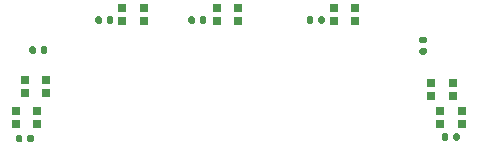
<source format=gbr>
%TF.GenerationSoftware,KiCad,Pcbnew,5.1.9-73d0e3b20d~88~ubuntu20.04.1*%
%TF.CreationDate,2021-04-06T18:29:42+02:00*%
%TF.ProjectId,AB_LED_PCB,41425f4c-4544-45f5-9043-422e6b696361,rev?*%
%TF.SameCoordinates,Original*%
%TF.FileFunction,Paste,Top*%
%TF.FilePolarity,Positive*%
%FSLAX46Y46*%
G04 Gerber Fmt 4.6, Leading zero omitted, Abs format (unit mm)*
G04 Created by KiCad (PCBNEW 5.1.9-73d0e3b20d~88~ubuntu20.04.1) date 2021-04-06 18:29:42*
%MOMM*%
%LPD*%
G01*
G04 APERTURE LIST*
%ADD10R,0.700000X0.700000*%
G04 APERTURE END LIST*
D10*
%TO.C,D7*%
X170587000Y-101007000D03*
X170587000Y-99907000D03*
X168757000Y-101007000D03*
X168757000Y-99907000D03*
%TD*%
%TO.C,C7*%
G36*
G01*
X167059000Y-100795000D02*
X167059000Y-101135000D01*
G75*
G02*
X166919000Y-101275000I-140000J0D01*
G01*
X166639000Y-101275000D01*
G75*
G02*
X166499000Y-101135000I0J140000D01*
G01*
X166499000Y-100795000D01*
G75*
G02*
X166639000Y-100655000I140000J0D01*
G01*
X166919000Y-100655000D01*
G75*
G02*
X167059000Y-100795000I0J-140000D01*
G01*
G37*
G36*
G01*
X168019000Y-100795000D02*
X168019000Y-101135000D01*
G75*
G02*
X167879000Y-101275000I-140000J0D01*
G01*
X167599000Y-101275000D01*
G75*
G02*
X167459000Y-101135000I0J140000D01*
G01*
X167459000Y-100795000D01*
G75*
G02*
X167599000Y-100655000I140000J0D01*
G01*
X167879000Y-100655000D01*
G75*
G02*
X168019000Y-100795000I0J-140000D01*
G01*
G37*
%TD*%
%TO.C,D6*%
X161570000Y-109770000D03*
X161570000Y-108670000D03*
X159740000Y-109770000D03*
X159740000Y-108670000D03*
%TD*%
%TO.C,D5*%
X160502000Y-106003000D03*
X160502000Y-107103000D03*
X162332000Y-106003000D03*
X162332000Y-107103000D03*
%TD*%
%TO.C,C6*%
G36*
G01*
X161471000Y-103335000D02*
X161471000Y-103675000D01*
G75*
G02*
X161331000Y-103815000I-140000J0D01*
G01*
X161051000Y-103815000D01*
G75*
G02*
X160911000Y-103675000I0J140000D01*
G01*
X160911000Y-103335000D01*
G75*
G02*
X161051000Y-103195000I140000J0D01*
G01*
X161331000Y-103195000D01*
G75*
G02*
X161471000Y-103335000I0J-140000D01*
G01*
G37*
G36*
G01*
X162431000Y-103335000D02*
X162431000Y-103675000D01*
G75*
G02*
X162291000Y-103815000I-140000J0D01*
G01*
X162011000Y-103815000D01*
G75*
G02*
X161871000Y-103675000I0J140000D01*
G01*
X161871000Y-103335000D01*
G75*
G02*
X162011000Y-103195000I140000J0D01*
G01*
X162291000Y-103195000D01*
G75*
G02*
X162431000Y-103335000I0J-140000D01*
G01*
G37*
%TD*%
%TO.C,C5*%
G36*
G01*
X160728000Y-111168000D02*
X160728000Y-110828000D01*
G75*
G02*
X160868000Y-110688000I140000J0D01*
G01*
X161148000Y-110688000D01*
G75*
G02*
X161288000Y-110828000I0J-140000D01*
G01*
X161288000Y-111168000D01*
G75*
G02*
X161148000Y-111308000I-140000J0D01*
G01*
X160868000Y-111308000D01*
G75*
G02*
X160728000Y-111168000I0J140000D01*
G01*
G37*
G36*
G01*
X159768000Y-111168000D02*
X159768000Y-110828000D01*
G75*
G02*
X159908000Y-110688000I140000J0D01*
G01*
X160188000Y-110688000D01*
G75*
G02*
X160328000Y-110828000I0J-140000D01*
G01*
X160328000Y-111168000D01*
G75*
G02*
X160188000Y-111308000I-140000J0D01*
G01*
X159908000Y-111308000D01*
G75*
G02*
X159768000Y-111168000I0J140000D01*
G01*
G37*
%TD*%
%TO.C,D4*%
X195681000Y-108670000D03*
X195681000Y-109770000D03*
X197511000Y-108670000D03*
X197511000Y-109770000D03*
%TD*%
%TO.C,D3*%
X194919000Y-106257000D03*
X194919000Y-107357000D03*
X196749000Y-106257000D03*
X196749000Y-107357000D03*
%TD*%
%TO.C,D2*%
X188494000Y-101007000D03*
X188494000Y-99907000D03*
X186664000Y-101007000D03*
X186664000Y-99907000D03*
%TD*%
%TO.C,D1*%
X178588000Y-101007000D03*
X178588000Y-99907000D03*
X176758000Y-101007000D03*
X176758000Y-99907000D03*
%TD*%
%TO.C,C4*%
G36*
G01*
X194076500Y-103324000D02*
X194416500Y-103324000D01*
G75*
G02*
X194556500Y-103464000I0J-140000D01*
G01*
X194556500Y-103744000D01*
G75*
G02*
X194416500Y-103884000I-140000J0D01*
G01*
X194076500Y-103884000D01*
G75*
G02*
X193936500Y-103744000I0J140000D01*
G01*
X193936500Y-103464000D01*
G75*
G02*
X194076500Y-103324000I140000J0D01*
G01*
G37*
G36*
G01*
X194076500Y-102364000D02*
X194416500Y-102364000D01*
G75*
G02*
X194556500Y-102504000I0J-140000D01*
G01*
X194556500Y-102784000D01*
G75*
G02*
X194416500Y-102924000I-140000J0D01*
G01*
X194076500Y-102924000D01*
G75*
G02*
X193936500Y-102784000I0J140000D01*
G01*
X193936500Y-102504000D01*
G75*
G02*
X194076500Y-102364000I140000J0D01*
G01*
G37*
%TD*%
%TO.C,C3*%
G36*
G01*
X196396000Y-110701000D02*
X196396000Y-111041000D01*
G75*
G02*
X196256000Y-111181000I-140000J0D01*
G01*
X195976000Y-111181000D01*
G75*
G02*
X195836000Y-111041000I0J140000D01*
G01*
X195836000Y-110701000D01*
G75*
G02*
X195976000Y-110561000I140000J0D01*
G01*
X196256000Y-110561000D01*
G75*
G02*
X196396000Y-110701000I0J-140000D01*
G01*
G37*
G36*
G01*
X197356000Y-110701000D02*
X197356000Y-111041000D01*
G75*
G02*
X197216000Y-111181000I-140000J0D01*
G01*
X196936000Y-111181000D01*
G75*
G02*
X196796000Y-111041000I0J140000D01*
G01*
X196796000Y-110701000D01*
G75*
G02*
X196936000Y-110561000I140000J0D01*
G01*
X197216000Y-110561000D01*
G75*
G02*
X197356000Y-110701000I0J-140000D01*
G01*
G37*
%TD*%
%TO.C,C2*%
G36*
G01*
X174933000Y-100795000D02*
X174933000Y-101135000D01*
G75*
G02*
X174793000Y-101275000I-140000J0D01*
G01*
X174513000Y-101275000D01*
G75*
G02*
X174373000Y-101135000I0J140000D01*
G01*
X174373000Y-100795000D01*
G75*
G02*
X174513000Y-100655000I140000J0D01*
G01*
X174793000Y-100655000D01*
G75*
G02*
X174933000Y-100795000I0J-140000D01*
G01*
G37*
G36*
G01*
X175893000Y-100795000D02*
X175893000Y-101135000D01*
G75*
G02*
X175753000Y-101275000I-140000J0D01*
G01*
X175473000Y-101275000D01*
G75*
G02*
X175333000Y-101135000I0J140000D01*
G01*
X175333000Y-100795000D01*
G75*
G02*
X175473000Y-100655000I140000J0D01*
G01*
X175753000Y-100655000D01*
G75*
G02*
X175893000Y-100795000I0J-140000D01*
G01*
G37*
%TD*%
%TO.C,C1*%
G36*
G01*
X184966000Y-100795000D02*
X184966000Y-101135000D01*
G75*
G02*
X184826000Y-101275000I-140000J0D01*
G01*
X184546000Y-101275000D01*
G75*
G02*
X184406000Y-101135000I0J140000D01*
G01*
X184406000Y-100795000D01*
G75*
G02*
X184546000Y-100655000I140000J0D01*
G01*
X184826000Y-100655000D01*
G75*
G02*
X184966000Y-100795000I0J-140000D01*
G01*
G37*
G36*
G01*
X185926000Y-100795000D02*
X185926000Y-101135000D01*
G75*
G02*
X185786000Y-101275000I-140000J0D01*
G01*
X185506000Y-101275000D01*
G75*
G02*
X185366000Y-101135000I0J140000D01*
G01*
X185366000Y-100795000D01*
G75*
G02*
X185506000Y-100655000I140000J0D01*
G01*
X185786000Y-100655000D01*
G75*
G02*
X185926000Y-100795000I0J-140000D01*
G01*
G37*
%TD*%
M02*

</source>
